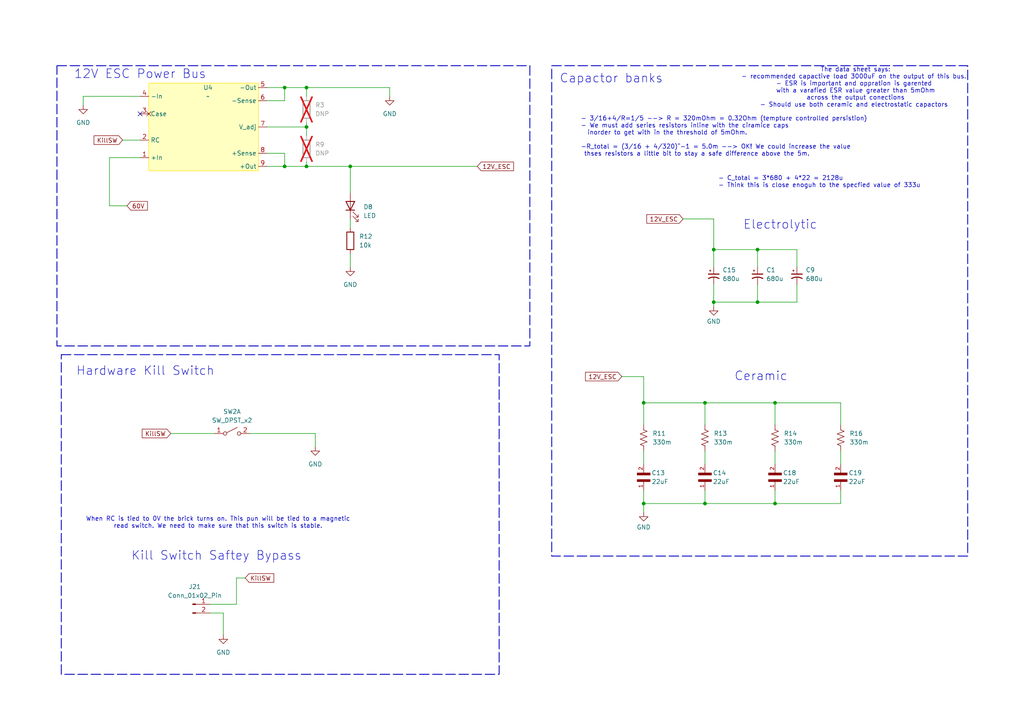
<source format=kicad_sch>
(kicad_sch (version 20231120) (generator "eeschema") (generator_version "8.0")
  (paper "A4")
  (title_block (title "ESC Power Bus") (date "2024-09-30") (rev "1") (company "Cabrillo Robtics") (comment 1 "LaserShark Backplane PCB"))
  (lib_symbols
    (symbol "C2012X5R1V226M125AC:C2012X5R1V226M125AC" (pin_names (offset 1.016))
      (property "Reference" "C" (at 0 3.8109 0))
      (property "Value" "C2012X5R1V226M125AC" (at 0 -5.0885 0))
      (symbol "C2012X5R1V226M125AC_0_0"
        (rectangle (start 0 -1.9069) (end 0.635 1.905) (stroke (width 0.1)) (fill (type outline)))
        (rectangle (start 1.9069 -1.9069) (end 2.54 1.905) (stroke (width 0.1)) (fill (type outline)))
        (pin passive line (at -2.54 0 0) (length 2.54) (name "~") (number "1"))
        (pin passive line (at 5.08 0 180) (length 2.54) (name "~") (number "2"))
      )
    )
    (symbol "Connector:Conn_01x02_Pin" (pin_names (offset 1.016) hide)
      (property "Reference" "J" (at 0 2.54 0))
      (property "Value" "Conn_01x02_Pin" (at 0 -5.08 0))
      (symbol "Conn_01x02_Pin_1_1"
        (polyline (pts (xy 1.27 -2.54) (xy 0.8636 -2.54)) (stroke (width 0.1524)))
        (polyline (pts (xy 1.27 0) (xy 0.8636 0)) (stroke (width 0.1524)))
        (rectangle (start 0.8636 -2.413) (end 0 -2.667) (stroke (width 0.1524)) (fill (type outline)))
        (rectangle (start 0.8636 0.127) (end 0 -0.127) (stroke (width 0.1524)) (fill (type outline)))
        (pin passive line (at 5.08 0 180) (length 3.81) (name "Pin_1") (number "1"))
        (pin passive line (at 5.08 -2.54 180) (length 3.81) (name "Pin_2") (number "2"))
      )
    )
    (symbol "Device:C_Polarized_Small_US" (pin_numbers hide) (pin_names (offset 0.254) hide)
      (property "Reference" "C" (at 0.254 1.778 0))
      (property "Value" "C_Polarized_Small_US" (at 0.254 -2.032 0))
      (symbol "C_Polarized_Small_US_0_1"
        (polyline (pts (xy -1.524 0.508) (xy 1.524 0.508)) (stroke (width 0.3048)))
        (polyline (pts (xy -1.27 1.524) (xy -0.762 1.524)))
        (polyline (pts (xy -1.016 1.27) (xy -1.016 1.778)))
        (arc (start 1.524 -0.762) (mid 0 -0.3734) (end -1.524 -0.762) (stroke (width 0.3048)))
      )
      (symbol "C_Polarized_Small_US_1_1"
        (pin passive line (at 0 2.54 270) (length 2.032) (name "~") (number "1"))
        (pin passive line (at 0 -2.54 90) (length 2.032) (name "~") (number "2"))
      )
    )
    (symbol "Device:LED" (pin_numbers hide) (pin_names (offset 1.016) hide)
      (property "Reference" "D" (at 0 2.54 0))
      (property "Value" "LED" (at 0 -2.54 0))
      (symbol "LED_0_1"
        (polyline (pts (xy -1.27 -1.27) (xy -1.27 1.27)) (stroke (width 0.254)))
        (polyline (pts (xy -1.27 0) (xy 1.27 0)))
        (polyline (pts (xy 1.27 -1.27) (xy 1.27 1.27) (xy -1.27 0) (xy 1.27 -1.27)) (stroke (width 0.254)))
        (polyline (pts (xy -3.048 -0.762) (xy -4.572 -2.286) (xy -3.81 -2.286) (xy -4.572 -2.286) (xy -4.572 -1.524)))
        (polyline (pts (xy -1.778 -0.762) (xy -3.302 -2.286) (xy -2.54 -2.286) (xy -3.302 -2.286) (xy -3.302 -1.524)))
      )
      (symbol "LED_1_1"
        (pin passive line (at -3.81 0 0) (length 2.54) (name "K") (number "1"))
        (pin passive line (at 3.81 0 180) (length 2.54) (name "A") (number "2"))
      )
    )
    (symbol "Device:R" (pin_numbers hide) (pin_names (offset 0))
      (property "Reference" "R" (at 2.032 0 90))
      (property "Value" "R" (at 0 0 90))
      (symbol "R_0_1"
        (rectangle (start -1.016 -2.54) (end 1.016 2.54) (stroke (width 0.254)))
      )
      (symbol "R_1_1"
        (pin passive line (at 0 3.81 270) (length 1.27) (name "~") (number "1"))
        (pin passive line (at 0 -3.81 90) (length 1.27) (name "~") (number "2"))
      )
    )
    (symbol "Device:R_US" (pin_numbers hide) (pin_names (offset 0))
      (property "Reference" "R" (at 2.54 0 90))
      (property "Value" "R_US" (at -2.54 0 90))
      (symbol "R_US_0_1"
        (polyline (pts (xy 0 -2.286) (xy 0 -2.54)))
        (polyline (pts (xy 0 2.286) (xy 0 2.54)))
        (polyline (pts (xy 0 -0.762) (xy 1.016 -1.143) (xy 0 -1.524) (xy -1.016 -1.905) (xy 0 -2.286)))
        (polyline (pts (xy 0 0.762) (xy 1.016 0.381) (xy 0 0) (xy -1.016 -0.381) (xy 0 -0.762)))
        (polyline (pts (xy 0 2.286) (xy 1.016 1.905) (xy 0 1.524) (xy -1.016 1.143) (xy 0 0.762)))
      )
      (symbol "R_US_1_1"
        (pin passive line (at 0 3.81 270) (length 1.27) (name "~") (number "1"))
        (pin passive line (at 0 -3.81 90) (length 1.27) (name "~") (number "2"))
      )
    )
    (symbol "PKJ7213WPI:PKJ7213WPI"
      (property "Reference" "U" (at -2.54 0 0))
      (symbol "PKJ7213WPI_1_1"
        (rectangle (start -16.51 12.7) (end 15.24 -12.7) (stroke (width 0.254) (color 255 234 77 1)) (fill (type background)))
        (pin power_in line (at -19.05 -8.89 0) (length 2.54) (name "+In") (number "1"))
        (pin input line (at -19.05 -3.81 0) (length 2.54) (name "RC") (number "2"))
        (pin unspecified non_logic (at -19.05 3.81 0) (length 2.54) (name "Case") (number "3"))
        (pin power_in line (at -19.05 8.89 0) (length 2.54) (name "-In") (number "4"))
        (pin power_out line (at 17.78 11.43 180) (length 2.54) (name "-Out") (number "5"))
        (pin power_out line (at 17.78 7.62 180) (length 2.54) (name "-Sense") (number "6"))
        (pin power_out line (at 17.78 0 180) (length 2.54) (name "V_adj") (number "7"))
        (pin power_out line (at 17.78 -7.62 180) (length 2.54) (name "+Sense") (number "8"))
        (pin power_out line (at 17.78 -11.43 180) (length 2.54) (name "+Out") (number "9"))
      )
    )
    (symbol "Switch:SW_DPST_x2" (pin_names (offset 0) hide)
      (property "Reference" "SW" (at 0 3.175 0))
      (property "Value" "SW_DPST_x2" (at 0 -2.54 0))
      (symbol "SW_DPST_x2_0_0"
        (circle (center -2.032 0) (radius 0.508))
        (polyline (pts (xy -1.524 0.254) (xy 1.524 1.778)))
        (circle (center 2.032 0) (radius 0.508))
      )
      (symbol "SW_DPST_x2_1_1"
        (pin passive line (at -5.08 0 0) (length 2.54) (name "A") (number "1"))
        (pin passive line (at 5.08 0 180) (length 2.54) (name "B") (number "2"))
      )
      (symbol "SW_DPST_x2_2_1"
        (pin passive line (at -5.08 0 0) (length 2.54) (name "A") (number "3"))
        (pin passive line (at 5.08 0 180) (length 2.54) (name "B") (number "4"))
      )
    )
    (symbol "power:GND" (power) (pin_numbers hide) (pin_names (offset 0) hide)
      (property "Value" "GND" (at 0 -3.81 0))
      (symbol "GND_0_1"
        (polyline (pts (xy 0 0) (xy 0 -1.27) (xy 1.27 -1.27) (xy 0 -2.54) (xy -1.27 -1.27) (xy 0 -1.27)))
      )
      (symbol "GND_1_1"
        (pin power_in line (at 0 0 270) (length 0) (name "~") (number "1"))
      )
    )
  )
  (junction (at 224.79 116.84))
  (junction (at 88.9 48.26))
  (junction (at 207.01 72.39))
  (junction (at 207.01 87.63))
  (junction (at 88.9 25.4))
  (junction (at 88.9 36.83))
  (junction (at 82.55 25.4))
  (junction (at 219.71 72.39))
  (junction (at 101.6 48.26))
  (junction (at 204.47 116.84))
  (junction (at 204.47 146.05))
  (junction (at 219.71 87.63))
  (junction (at 82.55 48.26))
  (junction (at 224.79 146.05))
  (junction (at 186.69 116.84))
  (junction (at 186.69 146.05))
  (no_connect (at 40.64 33.02))
  (wire (pts (xy 77.47 25.4) (xy 82.55 25.4)))
  (wire (pts (xy 219.71 72.39) (xy 231.14 72.39)))
  (wire (pts (xy 71.12 167.64) (xy 68.58 167.64)))
  (wire (pts (xy 243.84 130.81) (xy 243.84 134.62)))
  (wire (pts (xy 82.55 44.45) (xy 82.55 48.26)))
  (wire (pts (xy 207.01 63.5) (xy 207.01 72.39)))
  (wire (pts (xy 231.14 72.39) (xy 231.14 77.47)))
  (wire (pts (xy 207.01 82.55) (xy 207.01 87.63)))
  (wire (pts (xy 68.58 175.26) (xy 60.96 175.26)))
  (wire (pts (xy 35.56 40.64) (xy 40.64 40.64)))
  (wire (pts (xy 204.47 130.81) (xy 204.47 134.62)))
  (wire (pts (xy 224.79 116.84) (xy 243.84 116.84)))
  (wire (pts (xy 101.6 73.66) (xy 101.6 77.47)))
  (wire (pts (xy 31.75 45.72) (xy 40.64 45.72)))
  (wire (pts (xy 31.75 45.72) (xy 31.75 59.69)))
  (wire (pts (xy 64.77 177.8) (xy 60.96 177.8)))
  (wire (pts (xy 64.77 184.15) (xy 64.77 177.8)))
  (wire (pts (xy 224.79 142.24) (xy 224.79 146.05)))
  (wire (pts (xy 204.47 116.84) (xy 224.79 116.84)))
  (wire (pts (xy 113.03 27.94) (xy 113.03 25.4)))
  (wire (pts (xy 186.69 146.05) (xy 186.69 142.24)))
  (wire (pts (xy 101.6 63.5) (xy 101.6 66.04)))
  (wire (pts (xy 207.01 72.39) (xy 207.01 77.47)))
  (wire (pts (xy 243.84 142.24) (xy 243.84 146.05)))
  (wire (pts (xy 77.47 44.45) (xy 82.55 44.45)))
  (wire (pts (xy 49.53 125.73) (xy 62.23 125.73)))
  (wire (pts (xy 88.9 46.99) (xy 88.9 48.26)))
  (wire (pts (xy 224.79 146.05) (xy 243.84 146.05)))
  (wire (pts (xy 88.9 36.83) (xy 88.9 39.37)))
  (wire (pts (xy 224.79 116.84) (xy 224.79 123.19)))
  (wire (pts (xy 186.69 146.05) (xy 186.69 148.59)))
  (wire (pts (xy 207.01 72.39) (xy 219.71 72.39)))
  (wire (pts (xy 24.13 27.94) (xy 40.64 27.94)))
  (wire (pts (xy 219.71 82.55) (xy 219.71 87.63)))
  (wire (pts (xy 180.34 109.22) (xy 186.69 109.22)))
  (wire (pts (xy 101.6 48.26) (xy 138.43 48.26)))
  (wire (pts (xy 219.71 87.63) (xy 231.14 87.63)))
  (wire (pts (xy 231.14 82.55) (xy 231.14 87.63)))
  (wire (pts (xy 77.47 48.26) (xy 82.55 48.26)))
  (wire (pts (xy 186.69 146.05) (xy 204.47 146.05)))
  (wire (pts (xy 68.58 167.64) (xy 68.58 175.26)))
  (wire (pts (xy 204.47 116.84) (xy 204.47 123.19)))
  (wire (pts (xy 31.75 59.69) (xy 36.83 59.69)))
  (wire (pts (xy 204.47 142.24) (xy 204.47 146.05)))
  (wire (pts (xy 82.55 48.26) (xy 88.9 48.26)))
  (wire (pts (xy 186.69 130.81) (xy 186.69 134.62)))
  (wire (pts (xy 219.71 72.39) (xy 219.71 77.47)))
  (wire (pts (xy 24.13 30.48) (xy 24.13 27.94)))
  (wire (pts (xy 88.9 48.26) (xy 101.6 48.26)))
  (wire (pts (xy 91.44 125.73) (xy 91.44 129.54)))
  (wire (pts (xy 224.79 130.81) (xy 224.79 134.62)))
  (wire (pts (xy 186.69 116.84) (xy 204.47 116.84)))
  (wire (pts (xy 82.55 25.4) (xy 88.9 25.4)))
  (wire (pts (xy 186.69 116.84) (xy 186.69 123.19)))
  (wire (pts (xy 88.9 35.56) (xy 88.9 36.83)))
  (wire (pts (xy 77.47 29.21) (xy 82.55 29.21)))
  (wire (pts (xy 207.01 87.63) (xy 207.01 88.9)))
  (wire (pts (xy 207.01 87.63) (xy 219.71 87.63)))
  (wire (pts (xy 88.9 25.4) (xy 113.03 25.4)))
  (wire (pts (xy 204.47 146.05) (xy 224.79 146.05)))
  (wire (pts (xy 243.84 116.84) (xy 243.84 123.19)))
  (wire (pts (xy 72.39 125.73) (xy 91.44 125.73)))
  (wire (pts (xy 88.9 25.4) (xy 88.9 27.94)))
  (wire (pts (xy 198.12 63.5) (xy 207.01 63.5)))
  (wire (pts (xy 101.6 48.26) (xy 101.6 55.88)))
  (wire (pts (xy 186.69 109.22) (xy 186.69 116.84)))
  (wire (pts (xy 77.47 36.83) (xy 88.9 36.83)))
  (wire (pts (xy 82.55 29.21) (xy 82.55 25.4)))
  (rectangle (start 160.02 19.05) (end 280.67 161.29) (stroke (width 0.254) (type dash)))
  (rectangle (start 16.51 19.05) (end 153.67 100.33) (stroke (width 0.254) (type dash)))
  (rectangle (start 17.78 102.87) (end 144.78 195.58) (stroke (width 0.254) (type dash)))
  (text "- 3/16+4/R=1/5 --> R = 320mOhm = 0.32Ohm (tempture controlled persistion)\n- We must add series resistors inline with the ciramice caps\n  inorder to get with in the threshold of 5mOhm.\n\n-R_total = (3/16 + 4/320)^-1 = 5.0m --> OK! We could increase the value\n thses resistors a little bit to stay a safe difference above the 5m. " (at 168.402 39.624 0) (effects (font (size 1.27 1.27)) (justify left)))
  (text "12V ESC Power Bus" (at 40.64 21.59 0) (effects (font (size 2.54 2.54))))
  (text "The data sheet says:\n- recommended capactive load 3000uF on the output of this bus. \n- ESR is important and oppration is garented \nwith a varafied ESR value greater than 5mOhm\nacross the output conections\n- Should use both ceramic and electrostatic capactors " (at 248.158 25.4 0) (effects (font (size 1.27 1.27))))
  (text "Ceramic" (at 220.726 109.22 0) (effects (font (size 2.54 2.54))))
  (text "Electrolytic" (at 226.314 65.278 0) (effects (font (size 2.54 2.54))))
  (text "Hardware Kill Switch" (at 42.164 107.696 0) (effects (font (size 2.54 2.54))))
  (text "- C_total = 3*680 + 4*22 = 2128u\n- Think this is close enoguh to the specfied value of 333u" (at 208.28 52.832 0) (effects (font (size 1.27 1.27)) (justify left)))
  (text "Kill Switch Saftey Bypass " (at 63.754 161.29 0) (effects (font (size 2.54 2.54))))
  (text "Capactor banks" (at 177.292 22.86 0) (effects (font (size 2.54 2.54))))
  (text "When RC is tied to 0V the brick turns on. This pun will be tied to a magnetic\nread switch. We need to make sure that this switch is stable." (at 63.246 151.638 0) (effects (font (size 1.27 1.27))))
  (global_label "KillSW" (shape input) (at 49.53 125.73 180) (property "Intersheetrefs" "${INTERSHEET_REFS}" (effects (hide yes))))
  (global_label "12V_ESC" (shape input) (at 180.34 109.22 180) (property "Intersheetrefs" "${INTERSHEET_REFS}" (effects (hide yes))))
  (global_label "12V_ESC" (shape input) (at 138.43 48.26 0) (property "Intersheetrefs" "${INTERSHEET_REFS}" (effects (hide yes))))
  (global_label "KillSW" (shape input) (at 71.12 167.64 0) (property "Intersheetrefs" "${INTERSHEET_REFS}" (effects (hide yes))))
  (global_label "60V" (shape input) (at 36.83 59.69 0) (property "Intersheetrefs" "${INTERSHEET_REFS}" (effects (hide yes))))
  (global_label "12V_ESC" (shape input) (at 198.12 63.5 180) (property "Intersheetrefs" "${INTERSHEET_REFS}" (effects (hide yes))))
  (global_label "KillSW" (shape input) (at 35.56 40.64 180) (property "Intersheetrefs" "${INTERSHEET_REFS}" (effects (hide yes))))
  (symbol (lib_id "Device:R_US") (at 204.47 127 0) (unit 1)
    (property "Reference" "R13" (at 207.01 125.7299 0) (effects (justify left)))
    (property "Value" "330m" (at 207.01 128.2699 0) (effects (justify left)))
    (property "Footprint" "footprints:RES_KDV12_OHM-L" (effects (hide yes)))
    (property "Datasheet" "https://www.digikey.com/en/products/detail/ohmite/KDV12FR330ET/10476588" (effects (hide yes)))
    (property "Description" "Resistor, US symbol" (effects (hide yes)))
  )
  (symbol (lib_id "Device:R") (at 88.9 31.75 0) (unit 1) (dnp yes)
    (property "Reference" "R3" (at 91.44 30.4799 0) (effects (justify left)))
    (property "Value" "DNP" (at 91.44 33.0199 0) (effects (justify left)))
    (property "Description" "Resistor" (effects (hide yes)))
  )
  (symbol (lib_id "C2012X5R1V226M125AC:C2012X5R1V226M125AC") (at 243.84 139.7 90) (unit 1)
    (property "Reference" "C19" (at 246.126 137.16 90) (effects (justify right)))
    (property "Value" "22uF" (at 246.126 139.7 90) (effects (justify right)))
    (property "Footprint" "C2012X5R1V226M125AC:CAPC2012X145N" (effects (hide yes)))
    (property "Datasheet" "https://product.tdk.com/system/files/dam/doc/product/capacitor/ceramic/mlcc/catalog/mlcc_commercial_general_en.pdf" (effects (hide yes)))
    (property "Description" "C2012X5R1V226M125AC" (effects (hide yes)))
  )
  (symbol (lib_id "Device:R") (at 101.6 69.85 0) (unit 1)
    (property "Reference" "R12" (at 104.14 68.5799 0) (effects (justify left)))
    (property "Value" "10k" (at 104.14 71.1199 0) (effects (justify left)))
    (property "Description" "Resistor" (effects (hide yes)))
  )
  (symbol (lib_id "Switch:SW_DPST_x2") (at 67.31 125.73 0) (unit 1)
    (property "Reference" "SW2" (at 67.31 119.38 0))
    (property "Value" "SW_DPST_x2" (at 67.31 121.92 0))
    (property "Description" "Single Pole Single Throw (SPST) switch, separate symbol" (effects (hide yes)))
  )
  (symbol (lib_id "Device:C_Polarized_Small_US") (at 231.14 80.01 0) (unit 1)
    (property "Reference" "C9" (at 233.68 78.3081 0) (effects (justify left)))
    (property "Value" "680u" (at 233.68 80.8481 0) (effects (justify left)))
    (property "Datasheet" "https://www.digikey.com/en/products/detail/kemet/A750MW687M1VAAE018/13420117?s" (effects (hide yes)))
    (property "Description" "A750MW687M1VAAE018" (effects (hide yes)))
  )
  (symbol (lib_id "Device:R_US") (at 186.69 127 0) (unit 1)
    (property "Reference" "R11" (at 189.23 125.7299 0) (effects (justify left)))
    (property "Value" "330m" (at 189.23 128.2699 0) (effects (justify left)))
    (property "Footprint" "footprints:RES_KDV12_OHM-L" (effects (hide yes)))
    (property "Datasheet" "https://www.digikey.com/en/products/detail/ohmite/KDV12FR330ET/10476588" (effects (hide yes)))
    (property "Description" "Resistor, US symbol" (effects (hide yes)))
  )
  (symbol (lib_id "power:GND") (at 64.77 184.15 0) (unit 1)
    (property "Reference" "#PWR03" (effects (hide yes)))
    (property "Value" "GND" (at 64.77 189.23 0))
    (property "Description" "Power symbol creates a global label with name \"GND\" , ground" (effects (hide yes)))
  )
  (symbol (lib_id "Device:LED") (at 101.6 59.69 90) (unit 1)
    (property "Reference" "D8" (at 105.41 60.0074 90) (effects (justify right)))
    (property "Value" "LED" (at 105.41 62.5474 90) (effects (justify right)))
    (property "Description" "Light emitting diode" (effects (hide yes)))
  )
  (symbol (lib_id "C2012X5R1V226M125AC:C2012X5R1V226M125AC") (at 204.47 139.7 90) (unit 1)
    (property "Reference" "C14" (at 206.756 137.16 90) (effects (justify right)))
    (property "Value" "22uF" (at 206.756 139.7 90) (effects (justify right)))
    (property "Footprint" "C2012X5R1V226M125AC:CAPC2012X145N" (effects (hide yes)))
    (property "Datasheet" "https://product.tdk.com/system/files/dam/doc/product/capacitor/ceramic/mlcc/catalog/mlcc_commercial_general_en.pdf" (effects (hide yes)))
    (property "Description" "C2012X5R1V226M125AC" (effects (hide yes)))
  )
  (symbol (lib_id "power:GND") (at 113.03 27.94 0) (unit 1)
    (property "Reference" "#PWR021" (effects (hide yes)))
    (property "Value" "GND" (at 113.03 33.02 0))
    (property "Description" "Power symbol creates a global label with name \"GND\" , ground" (effects (hide yes)))
  )
  (symbol (lib_id "power:GND") (at 91.44 129.54 0) (unit 1)
    (property "Reference" "#PWR011" (effects (hide yes)))
    (property "Value" "GND" (at 91.44 134.62 0))
    (property "Description" "Power symbol creates a global label with name \"GND\" , ground" (effects (hide yes)))
  )
  (symbol (lib_id "C2012X5R1V226M125AC:C2012X5R1V226M125AC") (at 224.79 139.7 90) (unit 1)
    (property "Reference" "C18" (at 227.076 137.16 90) (effects (justify right)))
    (property "Value" "22uF" (at 227.076 139.7 90) (effects (justify right)))
    (property "Footprint" "C2012X5R1V226M125AC:CAPC2012X145N" (effects (hide yes)))
    (property "Datasheet" "https://product.tdk.com/system/files/dam/doc/product/capacitor/ceramic/mlcc/catalog/mlcc_commercial_general_en.pdf" (effects (hide yes)))
    (property "Description" "C2012X5R1V226M125AC" (effects (hide yes)))
  )
  (symbol (lib_id "power:GND") (at 207.01 88.9 0) (unit 1)
    (property "Reference" "#PWR060" (effects (hide yes)))
    (property "Value" "GND" (at 207.01 93.218 0))
    (property "Description" "Power symbol creates a global label with name \"GND\" , ground" (effects (hide yes)))
  )
  (symbol (lib_id "Device:C_Polarized_Small_US") (at 219.71 80.01 0) (unit 1)
    (property "Reference" "C1" (at 222.25 78.3081 0) (effects (justify left)))
    (property "Value" "680u" (at 222.25 80.8481 0) (effects (justify left)))
    (property "Datasheet" "https://www.digikey.com/en/products/detail/kemet/A750MW687M1VAAE018/13420117?s" (effects (hide yes)))
    (property "Description" "A750MW687M1VAAE018" (effects (hide yes)))
  )
  (symbol (lib_id "Device:C_Polarized_Small_US") (at 207.01 80.01 0) (unit 1)
    (property "Reference" "C15" (at 209.55 78.3081 0) (effects (justify left)))
    (property "Value" "680u" (at 209.55 80.8481 0) (effects (justify left)))
    (property "Datasheet" "https://www.digikey.com/en/products/detail/kemet/A750MW687M1VAAE018/13420117?s" (effects (hide yes)))
    (property "Description" "A750MW687M1VAAE018" (effects (hide yes)))
  )
  (symbol (lib_id "Device:R_US") (at 224.79 127 0) (unit 1)
    (property "Reference" "R14" (at 227.33 125.7299 0) (effects (justify left)))
    (property "Value" "330m" (at 227.33 128.2699 0) (effects (justify left)))
    (property "Footprint" "footprints:RES_KDV12_OHM-L" (effects (hide yes)))
    (property "Datasheet" "https://www.digikey.com/en/products/detail/ohmite/KDV12FR330ET/10476588" (effects (hide yes)))
    (property "Description" "Resistor, US symbol" (effects (hide yes)))
  )
  (symbol (lib_id "PKJ7213WPI:PKJ7213WPI") (at 59.69 36.83 0) (unit 1)
    (property "Reference" "U4" (at 60.325 25.4 0))
    (property "Value" "~" (at 60.325 27.94 0))
  )
  (symbol (lib_id "power:GND") (at 24.13 30.48 0) (unit 1)
    (property "Reference" "#PWR019" (effects (hide yes)))
    (property "Value" "GND" (at 24.13 35.56 0))
    (property "Description" "Power symbol creates a global label with name \"GND\" , ground" (effects (hide yes)))
  )
  (symbol (lib_id "Connector:Conn_01x02_Pin") (at 55.88 175.26 0) (unit 1)
    (property "Reference" "J21" (at 56.515 170.18 0))
    (property "Value" "Conn_01x02_Pin" (at 56.515 172.72 0))
    (property "Description" "Generic connector, single row, 01x02, script generated" (effects (hide yes)))
  )
  (symbol (lib_id "C2012X5R1V226M125AC:C2012X5R1V226M125AC") (at 186.69 139.7 90) (unit 1)
    (property "Reference" "C13" (at 188.976 137.16 90) (effects (justify right)))
    (property "Value" "22uF" (at 188.976 139.7 90) (effects (justify right)))
    (property "Footprint" "C2012X5R1V226M125AC:CAPC2012X145N" (effects (hide yes)))
    (property "Datasheet" "https://product.tdk.com/system/files/dam/doc/product/capacitor/ceramic/mlcc/catalog/mlcc_commercial_general_en.pdf" (effects (hide yes)))
    (property "Description" "C2012X5R1V226M125AC" (effects (hide yes)))
  )
  (symbol (lib_id "Device:R_US") (at 243.84 127 0) (unit 1)
    (property "Reference" "R16" (at 246.38 125.7299 0) (effects (justify left)))
    (property "Value" "330m" (at 246.38 128.2699 0) (effects (justify left)))
    (property "Footprint" "footprints:RES_KDV12_OHM-L" (effects (hide yes)))
    (property "Datasheet" "https://www.digikey.com/en/products/detail/ohmite/KDV12FR330ET/10476588" (effects (hide yes)))
    (property "Description" "Resistor, US symbol" (effects (hide yes)))
  )
  (symbol (lib_id "Device:R") (at 88.9 43.18 0) (unit 1) (dnp yes)
    (property "Reference" "R9" (at 91.44 41.9099 0) (effects (justify left)))
    (property "Value" "DNP" (at 91.44 44.4499 0) (effects (justify left)))
    (property "Description" "Resistor" (effects (hide yes)))
  )
  (symbol (lib_id "power:GND") (at 186.69 148.59 0) (unit 1)
    (property "Reference" "#PWR057" (effects (hide yes)))
    (property "Value" "GND" (at 186.69 152.908 0))
    (property "Description" "Power symbol creates a global label with name \"GND\" , ground" (effects (hide yes)))
  )
  (symbol (lib_id "power:GND") (at 101.6 77.47 0) (unit 1)
    (property "Reference" "#PWR022" (effects (hide yes)))
    (property "Value" "GND" (at 101.6 82.55 0))
    (property "Description" "Power symbol creates a global label with name \"GND\" , ground" (effects (hide yes)))
  )
)
</source>
